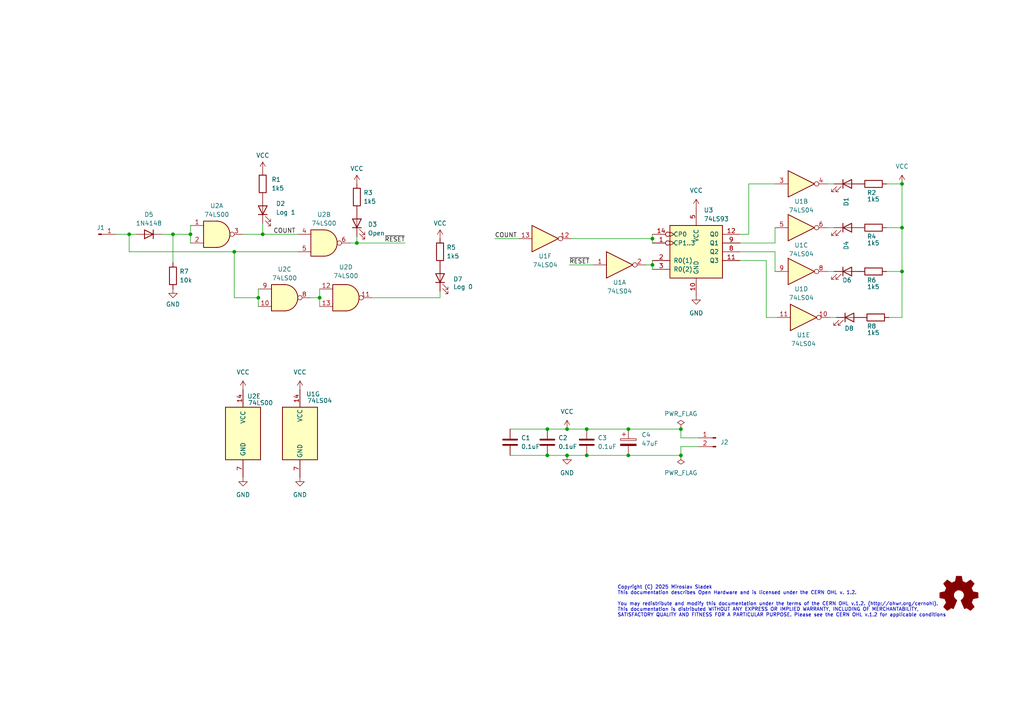
<source format=kicad_sch>
(kicad_sch (version 20230121) (generator eeschema)
  (paper "A4")
  (title_block (title "TTL logic probe with counter") (date "2025-04-21") (rev "2025.01"))
  (lib_symbols
    (symbol "74xx:74HC00" (pin_names (offset 1.016))
      (property "Reference" "U" (at 0 1.27 0))
      (property "Value" "74HC00" (at 0 -1.27 0))
      (symbol "74HC00_1_1"
        (arc (start 0 -3.81) (mid 3.7934 0) (end 0 3.81) (stroke (width 0.254)) (fill (type background)))
        (polyline (pts (xy 0 3.81) (xy -3.81 3.81) (xy -3.81 -3.81) (xy 0 -3.81)) (stroke (width 0.254)) (fill (type background)))
        (pin input line (at -7.62 2.54 0) (length 3.81) (name "~") (number "1"))
        (pin input line (at -7.62 -2.54 0) (length 3.81) (name "~") (number "2"))
        (pin output inverted (at 7.62 0 180) (length 3.81) (name "~") (number "3"))
      )
      (symbol "74HC00_1_2"
        (arc (start -3.81 -3.81) (mid -2.589 0) (end -3.81 3.81) (stroke (width 0.254)))
        (arc (start -0.6096 -3.81) (mid 2.1842 -2.5851) (end 3.81 0) (stroke (width 0.254)) (fill (type background)))
        (polyline (pts (xy -3.81 -3.81) (xy -0.635 -3.81)) (stroke (width 0.254)) (fill (type background)))
        (polyline (pts (xy -3.81 3.81) (xy -0.635 3.81)) (stroke (width 0.254)) (fill (type background)))
        (polyline (pts (xy -0.635 3.81) (xy -3.81 3.81) (xy -3.81 3.81) (xy -3.556 3.4036) (xy -3.0226 2.2606) (xy -2.6924 1.0414) (xy -2.6162 -0.254) (xy -2.7686 -1.4986) (xy -3.175 -2.7178) (xy -3.81 -3.81) (xy -3.81 -3.81) (xy -0.635 -3.81)) (stroke (width -25.4)) (fill (type background)))
        (arc (start 3.81 0) (mid 2.1915 2.5936) (end -0.6096 3.81) (stroke (width 0.254)) (fill (type background)))
        (pin input inverted (at -7.62 2.54 0) (length 4.318) (name "~") (number "1"))
        (pin input inverted (at -7.62 -2.54 0) (length 4.318) (name "~") (number "2"))
        (pin output line (at 7.62 0 180) (length 3.81) (name "~") (number "3"))
      )
      (symbol "74HC00_2_1"
        (arc (start 0 -3.81) (mid 3.7934 0) (end 0 3.81) (stroke (width 0.254)) (fill (type background)))
        (polyline (pts (xy 0 3.81) (xy -3.81 3.81) (xy -3.81 -3.81) (xy 0 -3.81)) (stroke (width 0.254)) (fill (type background)))
        (pin input line (at -7.62 2.54 0) (length 3.81) (name "~") (number "4"))
        (pin input line (at -7.62 -2.54 0) (length 3.81) (name "~") (number "5"))
        (pin output inverted (at 7.62 0 180) (length 3.81) (name "~") (number "6"))
      )
      (symbol "74HC00_2_2"
        (arc (start -3.81 -3.81) (mid -2.589 0) (end -3.81 3.81) (stroke (width 0.254)))
        (arc (start -0.6096 -3.81) (mid 2.1842 -2.5851) (end 3.81 0) (stroke (width 0.254)) (fill (type background)))
        (polyline (pts (xy -3.81 -3.81) (xy -0.635 -3.81)) (stroke (width 0.254)) (fill (type background)))
        (polyline (pts (xy -3.81 3.81) (xy -0.635 3.81)) (stroke (width 0.254)) (fill (type background)))
        (polyline (pts (xy -0.635 3.81) (xy -3.81 3.81) (xy -3.81 3.81) (xy -3.556 3.4036) (xy -3.0226 2.2606) (xy -2.6924 1.0414) (xy -2.6162 -0.254) (xy -2.7686 -1.4986) (xy -3.175 -2.7178) (xy -3.81 -3.81) (xy -3.81 -3.81) (xy -0.635 -3.81)) (stroke (width -25.4)) (fill (type background)))
        (arc (start 3.81 0) (mid 2.1915 2.5936) (end -0.6096 3.81) (stroke (width 0.254)) (fill (type background)))
        (pin input inverted (at -7.62 2.54 0) (length 4.318) (name "~") (number "4"))
        (pin input inverted (at -7.62 -2.54 0) (length 4.318) (name "~") (number "5"))
        (pin output line (at 7.62 0 180) (length 3.81) (name "~") (number "6"))
      )
      (symbol "74HC00_3_1"
        (arc (start 0 -3.81) (mid 3.7934 0) (end 0 3.81) (stroke (width 0.254)) (fill (type background)))
        (polyline (pts (xy 0 3.81) (xy -3.81 3.81) (xy -3.81 -3.81) (xy 0 -3.81)) (stroke (width 0.254)) (fill (type background)))
        (pin input line (at -7.62 -2.54 0) (length 3.81) (name "~") (number "10"))
        (pin output inverted (at 7.62 0 180) (length 3.81) (name "~") (number "8"))
        (pin input line (at -7.62 2.54 0) (length 3.81) (name "~") (number "9"))
      )
      (symbol "74HC00_3_2"
        (arc (start -3.81 -3.81) (mid -2.589 0) (end -3.81 3.81) (stroke (width 0.254)))
        (arc (start -0.6096 -3.81) (mid 2.1842 -2.5851) (end 3.81 0) (stroke (width 0.254)) (fill (type background)))
        (polyline (pts (xy -3.81 -3.81) (xy -0.635 -3.81)) (stroke (width 0.254)) (fill (type background)))
        (polyline (pts (xy -3.81 3.81) (xy -0.635 3.81)) (stroke (width 0.254)) (fill (type background)))
        (polyline (pts (xy -0.635 3.81) (xy -3.81 3.81) (xy -3.81 3.81) (xy -3.556 3.4036) (xy -3.0226 2.2606) (xy -2.6924 1.0414) (xy -2.6162 -0.254) (xy -2.7686 -1.4986) (xy -3.175 -2.7178) (xy -3.81 -3.81) (xy -3.81 -3.81) (xy -0.635 -3.81)) (stroke (width -25.4)) (fill (type background)))
        (arc (start 3.81 0) (mid 2.1915 2.5936) (end -0.6096 3.81) (stroke (width 0.254)) (fill (type background)))
        (pin input inverted (at -7.62 -2.54 0) (length 4.318) (name "~") (number "10"))
        (pin output line (at 7.62 0 180) (length 3.81) (name "~") (number "8"))
        (pin input inverted (at -7.62 2.54 0) (length 4.318) (name "~") (number "9"))
      )
      (symbol "74HC00_4_1"
        (arc (start 0 -3.81) (mid 3.7934 0) (end 0 3.81) (stroke (width 0.254)) (fill (type background)))
        (polyline (pts (xy 0 3.81) (xy -3.81 3.81) (xy -3.81 -3.81) (xy 0 -3.81)) (stroke (width 0.254)) (fill (type background)))
        (pin output inverted (at 7.62 0 180) (length 3.81) (name "~") (number "11"))
        (pin input line (at -7.62 2.54 0) (length 3.81) (name "~") (number "12"))
        (pin input line (at -7.62 -2.54 0) (length 3.81) (name "~") (number "13"))
      )
      (symbol "74HC00_4_2"
        (arc (start -3.81 -3.81) (mid -2.589 0) (end -3.81 3.81) (stroke (width 0.254)))
        (arc (start -0.6096 -3.81) (mid 2.1842 -2.5851) (end 3.81 0) (stroke (width 0.254)) (fill (type background)))
        (polyline (pts (xy -3.81 -3.81) (xy -0.635 -3.81)) (stroke (width 0.254)) (fill (type background)))
        (polyline (pts (xy -3.81 3.81) (xy -0.635 3.81)) (stroke (width 0.254)) (fill (type background)))
        (polyline (pts (xy -0.635 3.81) (xy -3.81 3.81) (xy -3.81 3.81) (xy -3.556 3.4036) (xy -3.0226 2.2606) (xy -2.6924 1.0414) (xy -2.6162 -0.254) (xy -2.7686 -1.4986) (xy -3.175 -2.7178) (xy -3.81 -3.81) (xy -3.81 -3.81) (xy -0.635 -3.81)) (stroke (width -25.4)) (fill (type background)))
        (arc (start 3.81 0) (mid 2.1915 2.5936) (end -0.6096 3.81) (stroke (width 0.254)) (fill (type background)))
        (pin output line (at 7.62 0 180) (length 3.81) (name "~") (number "11"))
        (pin input inverted (at -7.62 2.54 0) (length 4.318) (name "~") (number "12"))
        (pin input inverted (at -7.62 -2.54 0) (length 4.318) (name "~") (number "13"))
      )
      (symbol "74HC00_5_0"
        (pin power_in line (at 0 12.7 270) (length 5.08) (name "VCC") (number "14"))
        (pin power_in line (at 0 -12.7 90) (length 5.08) (name "GND") (number "7"))
      )
      (symbol "74HC00_5_1"
        (rectangle (start -5.08 7.62) (end 5.08 -7.62) (stroke (width 0.254)) (fill (type background)))
      )
    )
    (symbol "74xx:74HC04"
      (property "Reference" "U" (at 0 1.27 0))
      (property "Value" "74HC04" (at 0 -1.27 0))
      (symbol "74HC04_1_0"
        (polyline (pts (xy -3.81 3.81) (xy -3.81 -3.81) (xy 3.81 0) (xy -3.81 3.81)) (stroke (width 0.254)) (fill (type background)))
        (pin input line (at -7.62 0 0) (length 3.81) (name "~") (number "1"))
        (pin output inverted (at 7.62 0 180) (length 3.81) (name "~") (number "2"))
      )
      (symbol "74HC04_2_0"
        (polyline (pts (xy -3.81 3.81) (xy -3.81 -3.81) (xy 3.81 0) (xy -3.81 3.81)) (stroke (width 0.254)) (fill (type background)))
        (pin input line (at -7.62 0 0) (length 3.81) (name "~") (number "3"))
        (pin output inverted (at 7.62 0 180) (length 3.81) (name "~") (number "4"))
      )
      (symbol "74HC04_3_0"
        (polyline (pts (xy -3.81 3.81) (xy -3.81 -3.81) (xy 3.81 0) (xy -3.81 3.81)) (stroke (width 0.254)) (fill (type background)))
        (pin input line (at -7.62 0 0) (length 3.81) (name "~") (number "5"))
        (pin output inverted (at 7.62 0 180) (length 3.81) (name "~") (number "6"))
      )
      (symbol "74HC04_4_0"
        (polyline (pts (xy -3.81 3.81) (xy -3.81 -3.81) (xy 3.81 0) (xy -3.81 3.81)) (stroke (width 0.254)) (fill (type background)))
        (pin output inverted (at 7.62 0 180) (length 3.81) (name "~") (number "8"))
        (pin input line (at -7.62 0 0) (length 3.81) (name "~") (number "9"))
      )
      (symbol "74HC04_5_0"
        (polyline (pts (xy -3.81 3.81) (xy -3.81 -3.81) (xy 3.81 0) (xy -3.81 3.81)) (stroke (width 0.254)) (fill (type background)))
        (pin output inverted (at 7.62 0 180) (length 3.81) (name "~") (number "10"))
        (pin input line (at -7.62 0 0) (length 3.81) (name "~") (number "11"))
      )
      (symbol "74HC04_6_0"
        (polyline (pts (xy -3.81 3.81) (xy -3.81 -3.81) (xy 3.81 0) (xy -3.81 3.81)) (stroke (width 0.254)) (fill (type background)))
        (pin output inverted (at 7.62 0 180) (length 3.81) (name "~") (number "12"))
        (pin input line (at -7.62 0 0) (length 3.81) (name "~") (number "13"))
      )
      (symbol "74HC04_7_0"
        (pin power_in line (at 0 12.7 270) (length 5.08) (name "VCC") (number "14"))
        (pin power_in line (at 0 -12.7 90) (length 5.08) (name "GND") (number "7"))
      )
      (symbol "74HC04_7_1"
        (rectangle (start -5.08 7.62) (end 5.08 -7.62) (stroke (width 0.254)) (fill (type background)))
      )
    )
    (symbol "74xx:74LS93" (pin_names (offset 1.016))
      (property "Reference" "U" (at -7.62 8.89 0))
      (property "Value" "74LS93" (at -7.62 -8.89 0))
      (symbol "74LS93_1_0"
        (pin input inverted_clock (at -12.7 2.54 0) (length 5.08) (name "CP1..3") (number "1"))
        (pin power_in line (at 0 -12.7 90) (length 5.08) (name "GND") (number "10"))
        (pin output line (at 12.7 -2.54 180) (length 5.08) (name "Q3") (number "11"))
        (pin output line (at 12.7 5.08 180) (length 5.08) (name "Q0") (number "12"))
        (pin input inverted_clock (at -12.7 5.08 0) (length 5.08) (name "CP0") (number "14"))
        (pin input line (at -12.7 -2.54 0) (length 5.08) (name "R0(1)") (number "2"))
        (pin input line (at -12.7 -5.08 0) (length 5.08) (name "R0(2)") (number "3"))
        (pin power_in line (at 0 12.7 270) (length 5.08) (name "VCC") (number "5"))
        (pin output line (at 12.7 0 180) (length 5.08) (name "Q2") (number "8"))
        (pin output line (at 12.7 2.54 180) (length 5.08) (name "Q1") (number "9"))
      )
      (symbol "74LS93_1_1"
        (rectangle (start -7.62 7.62) (end 7.62 -7.62) (stroke (width 0.254)) (fill (type background)))
      )
    )
    (symbol "Connector:Conn_01x01_Pin" (pin_names (offset 1.016) hide)
      (property "Reference" "J" (at 0 2.54 0))
      (property "Value" "Conn_01x01_Pin" (at 0 -2.54 0))
      (symbol "Conn_01x01_Pin_1_1"
        (polyline (pts (xy 1.27 0) (xy 0.8636 0)) (stroke (width 0.1524)))
        (rectangle (start 0.8636 0.127) (end 0 -0.127) (stroke (width 0.1524)) (fill (type outline)))
        (pin passive line (at 5.08 0 180) (length 3.81) (name "Pin_1") (number "1"))
      )
    )
    (symbol "Connector:Conn_01x02_Pin" (pin_names (offset 1.016) hide)
      (property "Reference" "J" (at 0 2.54 0))
      (property "Value" "Conn_01x02_Pin" (at 0 -5.08 0))
      (symbol "Conn_01x02_Pin_1_1"
        (polyline (pts (xy 1.27 -2.54) (xy 0.8636 -2.54)) (stroke (width 0.1524)))
        (polyline (pts (xy 1.27 0) (xy 0.8636 0)) (stroke (width 0.1524)))
        (rectangle (start 0.8636 -2.413) (end 0 -2.667) (stroke (width 0.1524)) (fill (type outline)))
        (rectangle (start 0.8636 0.127) (end 0 -0.127) (stroke (width 0.1524)) (fill (type outline)))
        (pin passive line (at 5.08 0 180) (length 3.81) (name "Pin_1") (number "1"))
        (pin passive line (at 5.08 -2.54 180) (length 3.81) (name "Pin_2") (number "2"))
      )
    )
    (symbol "Device:C" (pin_numbers hide) (pin_names (offset 0.254))
      (property "Reference" "C" (at 0.635 2.54 0))
      (property "Value" "C" (at 0.635 -2.54 0))
      (symbol "C_0_1"
        (polyline (pts (xy -2.032 -0.762) (xy 2.032 -0.762)) (stroke (width 0.508)))
        (polyline (pts (xy -2.032 0.762) (xy 2.032 0.762)) (stroke (width 0.508)))
      )
      (symbol "C_1_1"
        (pin passive line (at 0 3.81 270) (length 2.794) (name "~") (number "1"))
        (pin passive line (at 0 -3.81 90) (length 2.794) (name "~") (number "2"))
      )
    )
    (symbol "Device:C_Polarized" (pin_numbers hide) (pin_names (offset 0.254))
      (property "Reference" "C" (at 0.635 2.54 0))
      (property "Value" "C_Polarized" (at 0.635 -2.54 0))
      (symbol "C_Polarized_0_1"
        (rectangle (start -2.286 0.508) (end 2.286 1.016))
        (polyline (pts (xy -1.778 2.286) (xy -0.762 2.286)))
        (polyline (pts (xy -1.27 2.794) (xy -1.27 1.778)))
        (rectangle (start 2.286 -0.508) (end -2.286 -1.016) (fill (type outline)))
      )
      (symbol "C_Polarized_1_1"
        (pin passive line (at 0 3.81 270) (length 2.794) (name "~") (number "1"))
        (pin passive line (at 0 -3.81 90) (length 2.794) (name "~") (number "2"))
      )
    )
    (symbol "Device:LED" (pin_numbers hide) (pin_names (offset 1.016) hide)
      (property "Reference" "D" (at 0 2.54 0))
      (property "Value" "LED" (at 0 -2.54 0))
      (symbol "LED_0_1"
        (polyline (pts (xy -1.27 -1.27) (xy -1.27 1.27)) (stroke (width 0.254)))
        (polyline (pts (xy -1.27 0) (xy 1.27 0)))
        (polyline (pts (xy 1.27 -1.27) (xy 1.27 1.27) (xy -1.27 0) (xy 1.27 -1.27)) (stroke (width 0.254)))
        (polyline (pts (xy -3.048 -0.762) (xy -4.572 -2.286) (xy -3.81 -2.286) (xy -4.572 -2.286) (xy -4.572 -1.524)))
        (polyline (pts (xy -1.778 -0.762) (xy -3.302 -2.286) (xy -2.54 -2.286) (xy -3.302 -2.286) (xy -3.302 -1.524)))
      )
      (symbol "LED_1_1"
        (pin passive line (at -3.81 0 0) (length 2.54) (name "K") (number "1"))
        (pin passive line (at 3.81 0 180) (length 2.54) (name "A") (number "2"))
      )
    )
    (symbol "Device:R" (pin_numbers hide) (pin_names (offset 0))
      (property "Reference" "R" (at 2.032 0 90))
      (property "Value" "R" (at 0 0 90))
      (symbol "R_0_1"
        (rectangle (start -1.016 -2.54) (end 1.016 2.54) (stroke (width 0.254)))
      )
      (symbol "R_1_1"
        (pin passive line (at 0 3.81 270) (length 1.27) (name "~") (number "1"))
        (pin passive line (at 0 -3.81 90) (length 1.27) (name "~") (number "2"))
      )
    )
    (symbol "Diode:1N4148" (pin_numbers hide) (pin_names hide)
      (property "Reference" "D" (at 0 2.54 0))
      (property "Value" "1N4148" (at 0 -2.54 0))
      (symbol "1N4148_0_1"
        (polyline (pts (xy -1.27 1.27) (xy -1.27 -1.27)) (stroke (width 0.254)))
        (polyline (pts (xy 1.27 0) (xy -1.27 0)))
        (polyline (pts (xy 1.27 1.27) (xy 1.27 -1.27) (xy -1.27 0) (xy 1.27 1.27)) (stroke (width 0.254)))
      )
      (symbol "1N4148_1_1"
        (pin passive line (at -3.81 0 0) (length 2.54) (name "K") (number "1"))
        (pin passive line (at 3.81 0 180) (length 2.54) (name "A") (number "2"))
      )
    )
    (symbol "Graphic:Logo_Open_Hardware_Small" (in_bom no) (on_board no)
      (symbol "Logo_Open_Hardware_Small_0_1"
        (polyline (pts (xy 3.3528 -4.3434) (xy 3.302 -4.318) (xy 3.175 -4.2418) (xy 2.9972 -4.1148) (xy 2.7686 -3.9624) (xy 2.54 -3.81) (xy 2.3622 -3.7084) (xy 2.2352 -3.6068) (xy 2.1844 -3.5814) (xy 2.159 -3.6068) (xy 2.0574 -3.6576) (xy 1.905 -3.7338) (xy 1.8034 -3.7846) (xy 1.6764 -3.8354) (xy 1.6002 -3.8354) (xy 1.6002 -3.8354) (xy 1.5494 -3.7338) (xy 1.4732 -3.5306) (xy 1.3462 -3.302) (xy 1.2446 -3.0226) (xy 1.1176 -2.7178) (xy 0.9652 -2.413) (xy 0.8636 -2.1082) (xy 0.7366 -1.8288) (xy 0.6604 -1.6256) (xy 0.6096 -1.4732) (xy 0.5842 -1.397) (xy 0.5842 -1.397) (xy 0.6604 -1.3208) (xy 0.7874 -1.2446) (xy 1.0414 -1.016) (xy 1.2954 -0.6858) (xy 1.4478 -0.3302) (xy 1.524 0.0762) (xy 1.4732 0.4572) (xy 1.3208 0.8128) (xy 1.0668 1.143) (xy 0.762 1.3716) (xy 0.4064 1.524) (xy 0 1.5748) (xy -0.381 1.5494) (xy -0.7366 1.397) (xy -1.0668 1.143) (xy -1.2192 0.9906) (xy -1.397 0.6604) (xy -1.524 0.3048) (xy -1.524 0.2286) (xy -1.4986 -0.1778) (xy -1.397 -0.5334) (xy -1.1938 -0.8636) (xy -0.9144 -1.143) (xy -0.8636 -1.1684) (xy -0.7366 -1.27) (xy -0.635 -1.3462) (xy -0.5842 -1.397) (xy -1.0668 -2.5908) (xy -1.143 -2.794) (xy -1.2954 -3.1242) (xy -1.397 -3.4036) (xy -1.4986 -3.6322) (xy -1.5748 -3.7846) (xy -1.6002 -3.8354) (xy -1.6002 -3.8354) (xy -1.651 -3.8354) (xy -1.7272 -3.81) (xy -1.905 -3.7338) (xy -2.0066 -3.683) (xy -2.1336 -3.6068) (xy -2.2098 -3.5814) (xy -2.2606 -3.6068) (xy -2.3622 -3.683) (xy -2.54 -3.81) (xy -2.7686 -3.9624) (xy -2.9718 -4.0894) (xy -3.1496 -4.2164) (xy -3.302 -4.318) (xy -3.3528 -4.3434) (xy -3.3782 -4.3434) (xy -3.429 -4.318) (xy -3.5306 -4.2164) (xy -3.7084 -4.064) (xy -3.937 -3.8354) (xy -3.9624 -3.81) (xy -4.1656 -3.6068) (xy -4.318 -3.4544) (xy -4.4196 -3.3274) (xy -4.445 -3.2766) (xy -4.445 -3.2766) (xy -4.4196 -3.2258) (xy -4.318 -3.0734) (xy -4.2164 -2.8956) (xy -4.064 -2.667) (xy -3.6576 -2.0828) (xy -3.8862 -1.5494) (xy -3.937 -1.3716) (xy -4.0386 -1.1684) (xy -4.0894 -1.0414) (xy -4.1148 -0.9652) (xy -4.191 -0.9398) (xy -4.318 -0.9144) (xy -4.5466 -0.8636) (xy -4.8006 -0.8128) (xy -5.0546 -0.7874) (xy -5.2578 -0.7366) (xy -5.4356 -0.7112) (xy -5.5118 -0.6858) (xy -5.5118 -0.6858) (xy -5.5372 -0.635) (xy -5.5372 -0.5588) (xy -5.5372 -0.4318) (xy -5.5626 -0.2286) (xy -5.5626 0.0762) (xy -5.5626 0.127) (xy -5.5372 0.4064) (xy -5.5372 0.635) (xy -5.5372 0.762) (xy -5.5372 0.8382) (xy -5.5372 0.8382) (xy -5.461 0.8382) (xy -5.3086 0.889) (xy -5.08 0.9144) (xy -4.826 0.9652) (xy -4.8006 0.9906) (xy -4.5466 1.0414) (xy -4.318 1.0668) (xy -4.1656 1.1176) (xy -4.0894 1.143) (xy -4.0894 1.143) (xy -4.0386 1.2446) (xy -3.9624 1.4224) (xy -3.8608 1.6256) (xy -3.7846 1.8288) (xy -3.7084 2.0066) (xy -3.6576 2.159) (xy -3.6322 2.2098) (xy -3.6322 2.2098) (xy -3.683 2.286) (xy -3.7592 2.413) (xy -3.8862 2.5908) (xy -4.064 2.8194) (xy -4.064 2.8448) (xy -4.2164 3.0734) (xy -4.3434 3.2512) (xy -4.4196 3.3782) (xy -4.445 3.4544) (xy -4.445 3.4544) (xy -4.3942 3.5052) (xy -4.2926 3.6322) (xy -4.1148 3.81) (xy -3.937 4.0132) (xy -3.8608 4.064) (xy -3.6576 4.2926) (xy -3.5052 4.4196) (xy -3.4036 4.4958) (xy -3.3528 4.5212) (xy -3.3528 4.5212) (xy -3.302 4.4704) (xy -3.1496 4.3688) (xy -2.9718 4.2418) (xy -2.7432 4.0894) (xy -2.7178 4.0894) (xy -2.4892 3.937) (xy -2.3114 3.81) (xy -2.1844 3.7084) (xy -2.1336 3.683) (xy -2.1082 3.683) (xy -2.032 3.7084) (xy -1.8542 3.7592) (xy -1.6764 3.8354) (xy -1.4732 3.937) (xy -1.27 4.0132) (xy -1.143 4.064) (xy -1.0668 4.1148) (xy -1.0668 4.1148) (xy -1.0414 4.191) (xy -1.016 4.3434) (xy -0.9652 4.572) (xy -0.9144 4.8514) (xy -0.889 4.9022) (xy -0.8382 5.1562) (xy -0.8128 5.3848) (xy -0.7874 5.5372) (xy -0.762 5.588) (xy -0.7112 5.6134) (xy -0.5842 5.6134) (xy -0.4064 5.6134) (xy -0.1524 5.6134) (xy 0.0762 5.6134) (xy 0.3302 5.6134) (xy 0.5334 5.6134) (xy 0.6858 5.588) (xy 0.7366 5.588) (xy 0.7366 5.588) (xy 0.762 5.5118) (xy 0.8128 5.334) (xy 0.8382 5.1054) (xy 0.9144 4.826) (xy 0.9144 4.7752) (xy 0.9652 4.5212) (xy 1.016 4.2926) (xy 1.0414 4.1402) (xy 1.0668 4.0894) (xy 1.0668 4.0894) (xy 1.1938 4.0386) (xy 1.3716 3.9624) (xy 1.5748 3.8608) (xy 2.0828 3.6576) (xy 2.7178 4.0894) (xy 2.7686 4.1402) (xy 2.9972 4.2926) (xy 3.175 4.4196) (xy 3.302 4.4958) (xy 3.3782 4.5212) (xy 3.3782 4.5212) (xy 3.429 4.4704) (xy 3.556 4.3434) (xy 3.7338 4.191) (xy 3.9116 3.9878) (xy 4.064 3.8354) (xy 4.2418 3.6576) (xy 4.3434 3.556) (xy 4.4196 3.4798) (xy 4.4196 3.429) (xy 4.4196 3.4036) (xy 4.3942 3.3274) (xy 4.2926 3.2004) (xy 4.1656 2.9972) (xy 4.0132 2.794) (xy 3.8862 2.5908) (xy 3.7592 2.3876) (xy 3.6576 2.2352) (xy 3.6322 2.159) (xy 3.6322 2.1336) (xy 3.683 2.0066) (xy 3.7592 1.8288) (xy 3.8608 1.6002) (xy 4.064 1.1176) (xy 4.3942 1.0414) (xy 4.5974 1.016) (xy 4.8768 0.9652) (xy 5.1308 0.9144) (xy 5.5372 0.8382) (xy 5.5626 -0.6604) (xy 5.4864 -0.6858) (xy 5.4356 -0.6858) (xy 5.2832 -0.7366) (xy 5.0546 -0.762) (xy 4.8006 -0.8128) (xy 4.5974 -0.8636) (xy 4.3688 -0.9144) (xy 4.2164 -0.9398) (xy 4.1402 -0.9398) (xy 4.1148 -0.9652) (xy 4.064 -1.0668) (xy 3.9878 -1.2446) (xy 3.9116 -1.4478) (xy 3.81 -1.651) (xy 3.7338 -1.8542) (xy 3.683 -2.0066) (xy 3.6576 -2.0828) (xy 3.683 -2.1336) (xy 3.7846 -2.2606) (xy 3.8862 -2.4638) (xy 4.0386 -2.667) (xy 4.191 -2.8956) (xy 4.318 -3.0734) (xy 4.3942 -3.2004) (xy 4.445 -3.2766) (xy 4.4196 -3.3274) (xy 4.3434 -3.429) (xy 4.1656 -3.5814) (xy 3.937 -3.8354) (xy 3.8862 -3.8608) (xy 3.683 -4.064) (xy 3.5306 -4.2164) (xy 3.4036 -4.318) (xy 3.3528 -4.3434)) (fill (type outline)))
      )
    )
    (symbol "power:GND" (power) (pin_names (offset 0))
      (property "Value" "GND" (at 0 -3.81 0))
      (symbol "GND_0_1"
        (polyline (pts (xy 0 0) (xy 0 -1.27) (xy 1.27 -1.27) (xy 0 -2.54) (xy -1.27 -1.27) (xy 0 -1.27)))
      )
      (symbol "GND_1_1"
        (pin power_in line (at 0 0 270) (length 0) hide (name "GND") (number "1"))
      )
    )
    (symbol "power:PWR_FLAG" (power) (pin_numbers hide) (pin_names (offset 0) hide)
      (property "Value" "PWR_FLAG" (at 0 3.81 0))
      (symbol "PWR_FLAG_0_0"
        (pin power_out line (at 0 0 90) (length 0) (name "pwr") (number "1"))
      )
      (symbol "PWR_FLAG_0_1"
        (polyline (pts (xy 0 0) (xy 0 1.27) (xy -1.016 1.905) (xy 0 2.54) (xy 1.016 1.905) (xy 0 1.27)))
      )
    )
    (symbol "power:VCC" (power) (pin_names (offset 0))
      (property "Value" "VCC" (at 0 3.81 0))
      (symbol "VCC_0_1"
        (polyline (pts (xy -0.762 1.27) (xy 0 2.54)))
        (polyline (pts (xy 0 0) (xy 0 2.54)))
        (polyline (pts (xy 0 2.54) (xy 0.762 1.27)))
      )
      (symbol "VCC_1_1"
        (pin power_in line (at 0 0 90) (length 0) hide (name "VCC") (number "1"))
      )
    )
  )
  (junction (at 170.18 124.46))
  (junction (at 55.245 67.945))
  (junction (at 164.465 124.46))
  (junction (at 261.62 78.74))
  (junction (at 50.165 67.945))
  (junction (at 103.505 70.485))
  (junction (at 261.62 53.34))
  (junction (at 164.465 132.08))
  (junction (at 261.62 66.04))
  (junction (at 182.245 132.08))
  (junction (at 197.485 132.08))
  (junction (at 170.18 132.08))
  (junction (at 182.245 124.46))
  (junction (at 158.75 132.08))
  (junction (at 76.2 67.945))
  (junction (at 74.93 86.36))
  (junction (at 189.23 76.835))
  (junction (at 158.75 124.46))
  (junction (at 189.23 69.215))
  (junction (at 92.71 86.36))
  (junction (at 197.485 124.46))
  (junction (at 67.945 73.025))
  (junction (at 37.465 67.945))
  (wire (pts (xy 197.485 129.54) (xy 202.565 129.54)))
  (wire (pts (xy 74.93 86.36) (xy 74.93 88.9)))
  (wire (pts (xy 74.93 86.36) (xy 67.945 86.36)))
  (wire (pts (xy 261.62 53.34) (xy 261.62 66.04)))
  (wire (pts (xy 189.23 75.565) (xy 189.23 76.835)))
  (wire (pts (xy 257.175 78.74) (xy 261.62 78.74)))
  (wire (pts (xy 182.245 132.08) (xy 197.485 132.08)))
  (wire (pts (xy 70.485 67.945) (xy 76.2 67.945)))
  (wire (pts (xy 170.18 132.08) (xy 182.245 132.08)))
  (wire (pts (xy 224.79 70.485) (xy 224.79 66.04)))
  (wire (pts (xy 143.51 69.215) (xy 150.495 69.215)))
  (wire (pts (xy 182.245 124.46) (xy 197.485 124.46)))
  (wire (pts (xy 222.25 92.075) (xy 225.425 92.075)))
  (wire (pts (xy 241.935 53.34) (xy 240.03 53.34)))
  (wire (pts (xy 92.71 86.36) (xy 92.71 88.9)))
  (wire (pts (xy 107.95 86.36) (xy 127.635 86.36)))
  (wire (pts (xy 50.165 76.2) (xy 50.165 67.945)))
  (wire (pts (xy 165.735 69.215) (xy 189.23 69.215)))
  (wire (pts (xy 197.485 132.08) (xy 197.485 129.54)))
  (wire (pts (xy 165.1 76.835) (xy 172.085 76.835)))
  (wire (pts (xy 222.25 75.565) (xy 222.25 92.075)))
  (wire (pts (xy 158.75 132.08) (xy 164.465 132.08)))
  (wire (pts (xy 170.18 124.46) (xy 182.245 124.46)))
  (wire (pts (xy 214.63 73.025) (xy 224.79 73.025)))
  (wire (pts (xy 90.17 86.36) (xy 92.71 86.36)))
  (wire (pts (xy 164.465 124.46) (xy 170.18 124.46)))
  (wire (pts (xy 217.17 53.34) (xy 217.17 67.945)))
  (wire (pts (xy 189.23 67.945) (xy 189.23 69.215)))
  (wire (pts (xy 241.935 66.04) (xy 240.03 66.04)))
  (wire (pts (xy 147.955 132.08) (xy 158.75 132.08)))
  (wire (pts (xy 92.71 83.82) (xy 92.71 86.36)))
  (wire (pts (xy 55.245 65.405) (xy 55.245 67.945)))
  (wire (pts (xy 189.23 76.835) (xy 189.23 78.105)))
  (wire (pts (xy 217.17 67.945) (xy 214.63 67.945)))
  (wire (pts (xy 261.62 53.34) (xy 257.175 53.34)))
  (wire (pts (xy 197.485 124.46) (xy 197.485 127)))
  (wire (pts (xy 147.955 124.46) (xy 158.75 124.46)))
  (wire (pts (xy 76.2 64.77) (xy 76.2 67.945)))
  (wire (pts (xy 187.325 76.835) (xy 189.23 76.835)))
  (wire (pts (xy 242.57 92.075) (xy 240.665 92.075)))
  (wire (pts (xy 50.165 67.945) (xy 55.245 67.945)))
  (wire (pts (xy 241.935 78.74) (xy 240.03 78.74)))
  (wire (pts (xy 55.245 67.945) (xy 55.245 70.485)))
  (wire (pts (xy 37.465 67.945) (xy 39.37 67.945)))
  (wire (pts (xy 261.62 66.04) (xy 261.62 78.74)))
  (wire (pts (xy 74.93 83.82) (xy 74.93 86.36)))
  (wire (pts (xy 103.505 68.58) (xy 103.505 70.485)))
  (wire (pts (xy 197.485 127) (xy 202.565 127)))
  (wire (pts (xy 189.23 69.215) (xy 189.23 70.485)))
  (wire (pts (xy 33.655 67.945) (xy 37.465 67.945)))
  (wire (pts (xy 214.63 75.565) (xy 222.25 75.565)))
  (wire (pts (xy 37.465 67.945) (xy 37.465 73.025)))
  (wire (pts (xy 164.465 132.08) (xy 170.18 132.08)))
  (wire (pts (xy 224.79 53.34) (xy 217.17 53.34)))
  (wire (pts (xy 103.505 70.485) (xy 101.6 70.485)))
  (wire (pts (xy 103.505 70.485) (xy 117.475 70.485)))
  (wire (pts (xy 261.62 92.075) (xy 261.62 78.74)))
  (wire (pts (xy 86.36 67.945) (xy 76.2 67.945)))
  (wire (pts (xy 224.79 73.025) (xy 224.79 78.74)))
  (wire (pts (xy 158.75 124.46) (xy 164.465 124.46)))
  (wire (pts (xy 37.465 73.025) (xy 67.945 73.025)))
  (wire (pts (xy 257.175 66.04) (xy 261.62 66.04)))
  (wire (pts (xy 214.63 70.485) (xy 224.79 70.485)))
  (wire (pts (xy 127.635 84.455) (xy 127.635 86.36)))
  (wire (pts (xy 67.945 73.025) (xy 86.36 73.025)))
  (wire (pts (xy 67.945 86.36) (xy 67.945 73.025)))
  (wire (pts (xy 257.81 92.075) (xy 261.62 92.075)))
  (wire (pts (xy 46.99 67.945) (xy 50.165 67.945)))
  (text "Copyright (C) 2025 Miroslav Sladek\nThis documentation describes Open Hardware and is licensed under the CERN OHL v. 1.2.\n\nYou may redistribute and modify this documentation under the terms of the CERN OHL v.1.2. (http://ohwr.org/cernohl).\nThis documentation is distributed WITHOUT ANY EXPRESS OR IMPLIED WARRANTY, INCLUDING OF MERCHANTABILITY,\nSATISFACTORY QUALITY AND FITNESS FOR A PARTICULAR PURPOSE. Please see the CERN OHL v.1.2 for applicable conditions" (at 179.07 179.07 0) (effects (font (size 1 1)) (justify left bottom)))
  (label "COUNT" (at 85.725 67.945 180))
  (label "COUNT" (at 143.51 69.215 0))
  (label "~{RESET}" (at 117.475 70.485 180))
  (label "~{RESET}" (at 165.1 76.835 0))
  (symbol (lib_id "74xx:74HC00") (at 93.98 70.485 0) (unit 2)
    (property "Reference" "U2" (at 93.9717 62.23 0))
    (property "Value" "74LS00" (at 93.9717 64.77 0))
    (property "Footprint" "Package_DIP:DIP-14_W7.62mm" (effects hide))
    (property "Datasheet" "http://www.ti.com/lit/gpn/sn74hc00" (effects hide))
    (property "Mfr. No" "74HC00" (effects hide))
  )
  (symbol (lib_id "74xx:74HC00") (at 100.33 86.36 0) (unit 4)
    (property "Reference" "U2" (at 100.3217 77.47 0))
    (property "Value" "74LS00" (at 100.3217 80.01 0))
    (property "Footprint" "Package_DIP:DIP-14_W7.62mm" (effects hide))
    (property "Datasheet" "http://www.ti.com/lit/gpn/sn74hc00" (effects hide))
    (property "Mfr. No" "74HC00" (effects hide))
  )
  (symbol (lib_id "Connector:Conn_01x02_Pin") (at 207.645 127 0) (mirror y) (unit 1)
    (property "Reference" "J2" (at 208.915 128.27 0) (effects (justify right)))
    (property "Value" "Conn_01x02_Pin" (effects hide))
    (property "Footprint" "Connector_PinHeader_2.54mm:PinHeader_1x02_P2.54mm_Horizontal" (effects hide))
    (property "Mfr. No" "Molex 22-28-8024" (effects hide))
  )
  (symbol (lib_id "74xx:74HC00") (at 70.485 125.73 0) (unit 5)
    (property "Reference" "U2" (at 73.66 114.935 0))
    (property "Value" "74LS00" (at 75.565 116.84 0))
    (property "Footprint" "Package_DIP:DIP-14_W7.62mm" (effects hide))
    (property "Datasheet" "http://www.ti.com/lit/gpn/sn74hc00" (effects hide))
    (property "Mfr. No" "74HC00" (effects hide))
  )
  (symbol (lib_id "74xx:74HC04") (at 86.995 125.73 0) (unit 7)
    (property "Reference" "U1" (at 90.805 114.3 0))
    (property "Value" "74LS04" (at 92.71 116.205 0))
    (property "Footprint" "Package_DIP:DIP-14_W7.62mm" (effects hide))
    (property "Datasheet" "https://assets.nexperia.com/documents/data-sheet/74HC_HCT04.pdf" (effects hide))
    (property "Mfr. No" "74HC04" (effects hide))
  )
  (symbol (lib_id "Device:R") (at 76.2 53.34 0) (unit 1)
    (property "Reference" "R1" (at 78.74 52.07 0) (effects (justify left)))
    (property "Value" "1k5" (at 78.74 54.61 0) (effects (justify left)))
    (property "Footprint" "Resistor_THT:R_Axial_DIN0204_L3.6mm_D1.6mm_P7.62mm_Horizontal" (effects hide))
    (property "Mfr. No" "CF18JT1K50" (effects hide))
  )
  (symbol (lib_id "Device:R") (at 127.635 73.025 0) (unit 1)
    (property "Reference" "R5" (at 129.54 71.755 0) (effects (justify left)))
    (property "Value" "1k5" (at 129.54 74.295 0) (effects (justify left)))
    (property "Footprint" "Resistor_THT:R_Axial_DIN0204_L3.6mm_D1.6mm_P7.62mm_Horizontal" (effects hide))
    (property "Mfr. No" "CF18JT1K50" (effects hide))
  )
  (symbol (lib_id "74xx:74HC04") (at 179.705 76.835 0) (unit 1)
    (property "Reference" "U1" (at 179.705 81.915 0))
    (property "Value" "74LS04" (at 179.705 84.455 0))
    (property "Footprint" "Package_DIP:DIP-14_W7.62mm" (effects hide))
    (property "Datasheet" "https://assets.nexperia.com/documents/data-sheet/74HC_HCT04.pdf" (effects hide))
    (property "Mfr. No" "74HC04" (effects hide))
  )
  (symbol (lib_id "Device:LED") (at 127.635 80.645 90) (unit 1)
    (property "Reference" "D7" (at 131.445 80.9625 90) (effects (justify right)))
    (property "Value" "Log 0 " (at 131.445 83.185 90) (effects (justify right)))
    (property "Footprint" "LED_THT:LED_D3.0mm" (effects hide))
    (property "Mfr. No" "3RDL-S" (effects hide))
  )
  (symbol (lib_id "Device:R") (at 50.165 80.01 180) (unit 1)
    (property "Reference" "R7" (at 52.07 78.74 0) (effects (justify right)))
    (property "Value" "10k" (at 52.07 81.28 0) (effects (justify right)))
    (property "Footprint" "Resistor_THT:R_Axial_DIN0204_L3.6mm_D1.6mm_P7.62mm_Horizontal" (effects hide))
    (property "Mfr. No" "CF18JT10K0" (effects hide))
  )
  (symbol (lib_id "Device:LED") (at 103.505 64.77 90) (unit 1)
    (property "Reference" "D3" (at 106.68 65.0875 90) (effects (justify right)))
    (property "Value" "Open" (at 106.68 67.6275 90) (effects (justify right)))
    (property "Footprint" "LED_THT:LED_D3.0mm" (effects hide))
    (property "Mfr. No" "3YDL-S" (effects hide))
  )
  (symbol (lib_id "Device:LED") (at 245.745 53.34 0) (unit 1)
    (property "Reference" "D1" (at 245.4275 57.15 90) (effects (justify right)))
    (property "Value" "1" (effects hide))
    (property "Footprint" "LED_THT:LED_D3.0mm" (effects hide))
    (property "Mfr. No" "3RDL-S" (effects hide))
  )
  (symbol (lib_id "Device:LED") (at 245.745 78.74 0) (unit 1)
    (property "Reference" "D6" (at 247.015 81.28 0) (effects (justify right)))
    (property "Value" "4" (effects hide))
    (property "Footprint" "LED_THT:LED_D3.0mm" (effects hide))
    (property "Mfr. No" "3RDL-S" (effects hide))
  )
  (symbol (lib_id "Graphic:Logo_Open_Hardware_Small") (at 278.13 172.72 0) (unit 1) (in_bom no) (on_board no)
    (property "Reference" "#SYM1" (effects hide))
    (property "Value" "Logo_Open_Hardware_Small" (effects hide))
    (property "Sim.Enable" "0" (effects hide))
  )
  (symbol (lib_id "74xx:74HC04") (at 233.045 92.075 0) (unit 5)
    (property "Reference" "U1" (at 233.045 97.155 0))
    (property "Value" "74LS04" (at 233.045 99.695 0))
    (property "Footprint" "Package_DIP:DIP-14_W7.62mm" (effects hide))
    (property "Datasheet" "https://assets.nexperia.com/documents/data-sheet/74HC_HCT04.pdf" (effects hide))
    (property "Mfr. No" "74HC04" (effects hide))
  )
  (symbol (lib_id "power:VCC") (at 164.465 124.46 0) (unit 1)
    (property "Reference" "#PWR09" (effects hide))
    (property "Value" "VCC" (at 164.465 119.38 0))
  )
  (symbol (lib_id "power:GND") (at 50.165 83.82 0) (unit 1)
    (property "Reference" "#PWR01" (effects hide))
    (property "Value" "GND" (at 50.165 88.265 0))
  )
  (symbol (lib_id "Device:LED") (at 246.38 92.075 0) (unit 1)
    (property "Reference" "D8" (at 247.65 95.25 0) (effects (justify right)))
    (property "Value" "8" (effects hide))
    (property "Footprint" "LED_THT:LED_D3.0mm" (effects hide))
    (property "Mfr. No" "3RDL-S" (effects hide))
  )
  (symbol (lib_id "power:VCC") (at 76.2 49.53 0) (unit 1)
    (property "Reference" "#PWR02" (effects hide))
    (property "Value" "VCC" (at 76.2 45.085 0))
  )
  (symbol (lib_id "power:PWR_FLAG") (at 197.485 124.46 0) (unit 1)
    (property "Reference" "#FLG01" (effects hide))
    (property "Value" "PWR_FLAG" (at 197.485 120.015 0))
  )
  (symbol (lib_id "Device:R") (at 254 92.075 270) (unit 1)
    (property "Reference" "R8" (at 251.46 94.615 90) (effects (justify left)))
    (property "Value" "1k5" (at 251.46 96.52 90) (effects (justify left)))
    (property "Footprint" "Resistor_THT:R_Axial_DIN0204_L3.6mm_D1.6mm_P7.62mm_Horizontal" (effects hide))
    (property "Mfr. No" "CF18JT1K50" (effects hide))
  )
  (symbol (lib_id "power:VCC") (at 86.995 113.03 0) (unit 1)
    (property "Reference" "#PWR012" (effects hide))
    (property "Value" "VCC" (at 86.995 107.95 0))
  )
  (symbol (lib_id "Device:LED") (at 245.745 66.04 0) (unit 1)
    (property "Reference" "D4" (at 245.4275 69.85 90) (effects (justify right)))
    (property "Value" "2" (effects hide))
    (property "Footprint" "LED_THT:LED_D3.0mm" (effects hide))
    (property "Mfr. No" "3RDL-S" (effects hide))
  )
  (symbol (lib_id "74xx:74HC00") (at 62.865 67.945 0) (unit 1)
    (property "Reference" "U2" (at 62.8567 59.69 0))
    (property "Value" "74LS00" (at 62.8567 62.23 0))
    (property "Footprint" "Package_DIP:DIP-14_W7.62mm" (effects hide))
    (property "Datasheet" "http://www.ti.com/lit/gpn/sn74hc00" (effects hide))
    (property "Mfr. No" "74HC00" (effects hide))
  )
  (symbol (lib_id "74xx:74LS93") (at 201.93 73.025 0) (unit 1)
    (property "Reference" "U3" (at 204.1241 60.96 0) (effects (justify left)))
    (property "Value" "74LS93" (at 204.1241 63.5 0) (effects (justify left)))
    (property "Footprint" "Package_DIP:DIP-14_W7.62mm" (effects hide))
    (property "Datasheet" "http://www.ti.com/lit/gpn/sn74LS93" (effects hide))
    (property "Mfr. No" "CD74H93" (effects hide))
  )
  (symbol (lib_id "power:VCC") (at 127.635 69.215 0) (unit 1)
    (property "Reference" "#PWR04" (effects hide))
    (property "Value" "VCC" (at 127.635 64.77 0))
  )
  (symbol (lib_id "power:GND") (at 70.485 138.43 0) (unit 1)
    (property "Reference" "#PWR013" (effects hide))
    (property "Value" "GND" (at 70.485 143.51 0))
  )
  (symbol (lib_id "74xx:74HC04") (at 158.115 69.215 0) (unit 6)
    (property "Reference" "U1" (at 158.115 74.295 0))
    (property "Value" "74LS04" (at 158.115 76.835 0))
    (property "Footprint" "Package_DIP:DIP-14_W7.62mm" (effects hide))
    (property "Datasheet" "https://assets.nexperia.com/documents/data-sheet/74HC_HCT04.pdf" (effects hide))
    (property "Mfr. No" "74HC04" (effects hide))
  )
  (symbol (lib_id "power:GND") (at 86.995 138.43 0) (unit 1)
    (property "Reference" "#PWR014" (effects hide))
    (property "Value" "GND" (at 86.995 143.51 0))
  )
  (symbol (lib_id "74xx:74HC04") (at 232.41 78.74 0) (unit 4)
    (property "Reference" "U1" (at 232.41 83.82 0))
    (property "Value" "74LS04" (at 232.41 86.36 0))
    (property "Footprint" "Package_DIP:DIP-14_W7.62mm" (effects hide))
    (property "Datasheet" "https://assets.nexperia.com/documents/data-sheet/74HC_HCT04.pdf" (effects hide))
    (property "Mfr. No" "74HC04" (effects hide))
  )
  (symbol (lib_id "power:GND") (at 164.465 132.08 0) (unit 1)
    (property "Reference" "#PWR08" (effects hide))
    (property "Value" "GND" (at 164.465 137.16 0))
  )
  (symbol (lib_id "Connector:Conn_01x01_Pin") (at 28.575 67.945 0) (unit 1)
    (property "Reference" "J1" (at 29.21 66.04 0))
    (property "Value" "Conn_01x01_Pin" (effects hide))
    (property "Footprint" "Connector_PinHeader_2.54mm:PinHeader_1x01_P2.54mm_Horizontal" (effects hide))
  )
  (symbol (lib_id "power:VCC") (at 261.62 53.34 0) (unit 1)
    (property "Reference" "#PWR07" (effects hide))
    (property "Value" "VCC" (at 261.62 48.26 0))
  )
  (symbol (lib_id "Device:R") (at 103.505 57.15 0) (unit 1)
    (property "Reference" "R3" (at 105.41 55.88 0) (effects (justify left)))
    (property "Value" "1k5" (at 105.41 58.42 0) (effects (justify left)))
    (property "Footprint" "Resistor_THT:R_Axial_DIN0204_L3.6mm_D1.6mm_P7.62mm_Horizontal" (effects hide))
    (property "Mfr. No" "CF18JT1K50" (effects hide))
  )
  (symbol (lib_id "power:GND") (at 201.93 85.725 0) (unit 1)
    (property "Reference" "#PWR05" (effects hide))
    (property "Value" "GND" (at 201.93 90.805 0))
  )
  (symbol (lib_id "Device:C") (at 147.955 128.27 0) (unit 1)
    (property "Reference" "C1" (at 151.13 127 0) (effects (justify left)))
    (property "Value" "0.1uF" (at 151.13 129.54 0) (effects (justify left)))
    (property "Footprint" "Capacitor_THT:C_Disc_D4.3mm_W1.9mm_P5.00mm" (effects hide))
    (property "Mfr. No" "SR215E104MAR" (effects hide))
  )
  (symbol (lib_id "Device:R") (at 253.365 66.04 270) (unit 1)
    (property "Reference" "R4" (at 251.46 68.58 90) (effects (justify left)))
    (property "Value" "1k5" (at 251.46 70.485 90) (effects (justify left)))
    (property "Footprint" "Resistor_THT:R_Axial_DIN0204_L3.6mm_D1.6mm_P7.62mm_Horizontal" (effects hide))
    (property "Mfr. No" "CF18JT1K50" (effects hide))
  )
  (symbol (lib_id "Device:R") (at 253.365 78.74 270) (unit 1)
    (property "Reference" "R6" (at 251.46 81.28 90) (effects (justify left)))
    (property "Value" "1k5" (at 251.46 83.185 90) (effects (justify left)))
    (property "Footprint" "Resistor_THT:R_Axial_DIN0204_L3.6mm_D1.6mm_P7.62mm_Horizontal" (effects hide))
    (property "Mfr. No" "CF18JT1K50" (effects hide))
  )
  (symbol (lib_id "Device:C_Polarized") (at 182.245 128.27 0) (unit 1)
    (property "Reference" "C4" (at 186.055 126.111 0) (effects (justify left)))
    (property "Value" "47uF" (at 186.055 128.651 0) (effects (justify left)))
    (property "Footprint" "Capacitor_THT:CP_Radial_D5.0mm_P2.00mm" (effects hide))
    (property "Mfr. No" "MAL214256479E3" (effects hide))
  )
  (symbol (lib_id "Device:C") (at 170.18 128.27 0) (unit 1)
    (property "Reference" "C3" (at 173.355 127 0) (effects (justify left)))
    (property "Value" "0.1uF" (at 173.355 129.54 0) (effects (justify left)))
    (property "Footprint" "Capacitor_THT:C_Disc_D4.3mm_W1.9mm_P5.00mm" (effects hide))
    (property "Mfr. No" "SR215E104MAR" (effects hide))
  )
  (symbol (lib_id "Device:R") (at 253.365 53.34 270) (unit 1)
    (property "Reference" "R2" (at 251.46 55.88 90) (effects (justify left)))
    (property "Value" "1k5" (at 251.46 57.785 90) (effects (justify left)))
    (property "Footprint" "Resistor_THT:R_Axial_DIN0204_L3.6mm_D1.6mm_P7.62mm_Horizontal" (effects hide))
    (property "Mfr. No" "CF18JT1K50" (effects hide))
  )
  (symbol (lib_id "power:PWR_FLAG") (at 197.485 132.08 180) (unit 1)
    (property "Reference" "#FLG02" (effects hide))
    (property "Value" "PWR_FLAG" (at 197.485 137.16 0))
  )
  (symbol (lib_id "power:VCC") (at 201.93 60.325 0) (unit 1)
    (property "Reference" "#PWR06" (effects hide))
    (property "Value" "VCC" (at 201.93 55.245 0))
  )
  (symbol (lib_id "74xx:74HC00") (at 82.55 86.36 0) (unit 3)
    (property "Reference" "U2" (at 82.5417 78.105 0))
    (property "Value" "74LS00" (at 82.5417 80.645 0))
    (property "Footprint" "Package_DIP:DIP-14_W7.62mm" (effects hide))
    (property "Datasheet" "http://www.ti.com/lit/gpn/sn74hc00" (effects hide))
    (property "Mfr. No" "74HC00" (effects hide))
  )
  (symbol (lib_id "Diode:1N4148") (at 43.18 67.945 180) (unit 1)
    (property "Reference" "D5" (at 43.18 62.23 0))
    (property "Value" "1N4148" (at 43.18 64.77 0))
    (property "Footprint" "Diode_THT:D_DO-35_SOD27_P7.62mm_Horizontal" (effects hide))
    (property "Datasheet" "https://assets.nexperia.com/documents/data-sheet/1N4148_1N4448.pdf" (effects hide))
    (property "Sim.Device" "D" (effects hide))
    (property "Sim.Pins" "1=K 2=A" (effects hide))
    (property "Mfr. No" "1N4148" (effects hide))
  )
  (symbol (lib_id "Device:C") (at 158.75 128.27 0) (unit 1)
    (property "Reference" "C2" (at 161.925 127 0) (effects (justify left)))
    (property "Value" "0.1uF" (at 161.925 129.54 0) (effects (justify left)))
    (property "Footprint" "Capacitor_THT:C_Disc_D4.3mm_W1.9mm_P5.00mm" (effects hide))
    (property "Mfr. No" "SR215E104MAR" (effects hide))
  )
  (symbol (lib_id "Device:LED") (at 76.2 60.96 90) (unit 1)
    (property "Reference" "D2" (at 80.01 59.055 90) (effects (justify right)))
    (property "Value" "Log 1" (at 80.01 61.595 90) (effects (justify right)))
    (property "Footprint" "LED_THT:LED_D3.0mm" (effects hide))
    (property "Mfr. No" "3GDL-S" (effects hide))
  )
  (symbol (lib_id "power:VCC") (at 103.505 53.34 0) (unit 1)
    (property "Reference" "#PWR03" (effects hide))
    (property "Value" "VCC" (at 103.505 48.895 0))
  )
  (symbol (lib_id "power:VCC") (at 70.485 113.03 0) (unit 1)
    (property "Reference" "#PWR011" (effects hide))
    (property "Value" "VCC" (at 70.485 107.95 0))
  )
  (symbol (lib_id "74xx:74HC04") (at 232.41 66.04 0) (unit 3)
    (property "Reference" "U1" (at 232.41 71.12 0))
    (property "Value" "74LS04" (at 232.41 73.66 0))
    (property "Footprint" "Package_DIP:DIP-14_W7.62mm" (effects hide))
    (property "Datasheet" "https://assets.nexperia.com/documents/data-sheet/74HC_HCT04.pdf" (effects hide))
    (property "Mfr. No" "74HC04" (effects hide))
  )
  (symbol (lib_id "74xx:74HC04") (at 232.41 53.34 0) (unit 2)
    (property "Reference" "U1" (at 232.41 58.42 0))
    (property "Value" "74LS04" (at 232.41 60.96 0))
    (property "Footprint" "Package_DIP:DIP-14_W7.62mm" (effects hide))
    (property "Datasheet" "https://assets.nexperia.com/documents/data-sheet/74HC_HCT04.pdf" (effects hide))
    (property "Mfr. No" "74HC04" (effects hide))
  )
)
</source>
